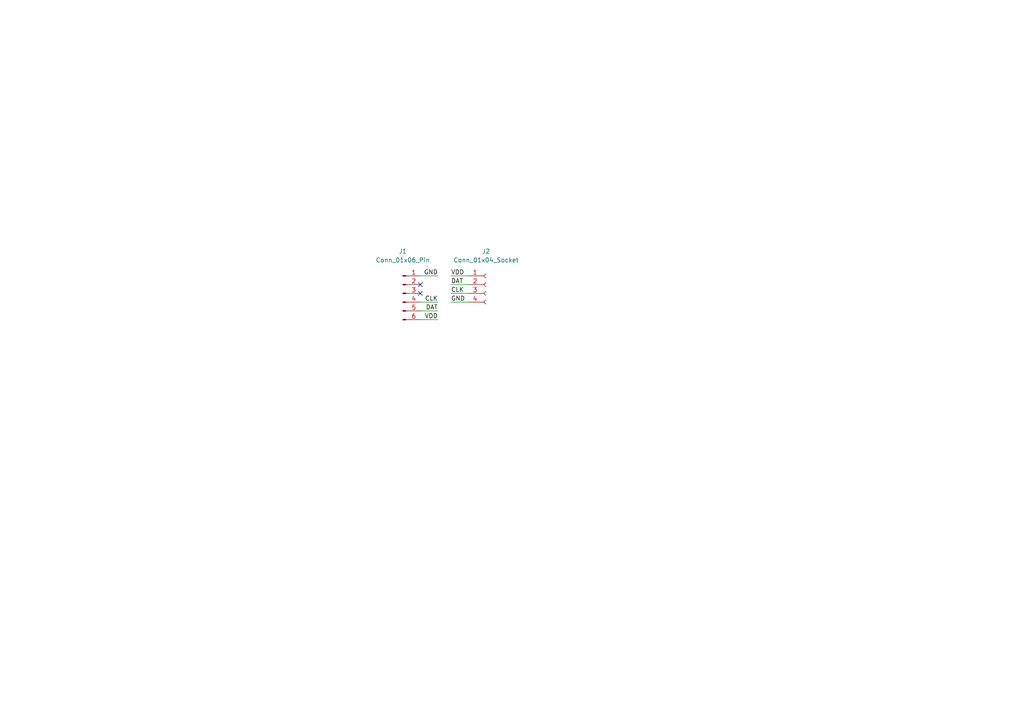
<source format=kicad_sch>
(kicad_sch (version 20231120) (generator "eeschema") (generator_version "8.0")
  (paper "A4")
  (lib_symbols
    (symbol "Connector:Conn_01x04_Socket" (pin_names (offset 1.016) hide)
      (property "Reference" "J" (at 0 5.08 0))
      (property "Value" "Conn_01x04_Socket" (at 0 -7.62 0))
      (symbol "Conn_01x04_Socket_1_1"
        (arc (start 0 -4.572) (mid -0.5058 -5.08) (end 0 -5.588) (stroke (width 0.1524)))
        (arc (start 0 -2.032) (mid -0.5058 -2.54) (end 0 -3.048) (stroke (width 0.1524)))
        (polyline (pts (xy -1.27 -5.08) (xy -0.508 -5.08)) (stroke (width 0.1524)))
        (polyline (pts (xy -1.27 -2.54) (xy -0.508 -2.54)) (stroke (width 0.1524)))
        (polyline (pts (xy -1.27 0) (xy -0.508 0)) (stroke (width 0.1524)))
        (polyline (pts (xy -1.27 2.54) (xy -0.508 2.54)) (stroke (width 0.1524)))
        (arc (start 0 0.508) (mid -0.5058 0) (end 0 -0.508) (stroke (width 0.1524)))
        (arc (start 0 3.048) (mid -0.5058 2.54) (end 0 2.032) (stroke (width 0.1524)))
        (pin passive line (at -5.08 2.54 0) (length 3.81) (name "Pin_1") (number "1"))
        (pin passive line (at -5.08 0 0) (length 3.81) (name "Pin_2") (number "2"))
        (pin passive line (at -5.08 -2.54 0) (length 3.81) (name "Pin_3") (number "3"))
        (pin passive line (at -5.08 -5.08 0) (length 3.81) (name "Pin_4") (number "4"))
      )
    )
    (symbol "Connector:Conn_01x06_Pin" (pin_names (offset 1.016) hide)
      (property "Reference" "J" (at 0 7.62 0))
      (property "Value" "Conn_01x06_Pin" (at 0 -10.16 0))
      (symbol "Conn_01x06_Pin_1_1"
        (polyline (pts (xy 1.27 -7.62) (xy 0.8636 -7.62)) (stroke (width 0.1524)))
        (polyline (pts (xy 1.27 -5.08) (xy 0.8636 -5.08)) (stroke (width 0.1524)))
        (polyline (pts (xy 1.27 -2.54) (xy 0.8636 -2.54)) (stroke (width 0.1524)))
        (polyline (pts (xy 1.27 0) (xy 0.8636 0)) (stroke (width 0.1524)))
        (polyline (pts (xy 1.27 2.54) (xy 0.8636 2.54)) (stroke (width 0.1524)))
        (polyline (pts (xy 1.27 5.08) (xy 0.8636 5.08)) (stroke (width 0.1524)))
        (rectangle (start 0.8636 -7.493) (end 0 -7.747) (stroke (width 0.1524)) (fill (type outline)))
        (rectangle (start 0.8636 -4.953) (end 0 -5.207) (stroke (width 0.1524)) (fill (type outline)))
        (rectangle (start 0.8636 -2.413) (end 0 -2.667) (stroke (width 0.1524)) (fill (type outline)))
        (rectangle (start 0.8636 0.127) (end 0 -0.127) (stroke (width 0.1524)) (fill (type outline)))
        (rectangle (start 0.8636 2.667) (end 0 2.413) (stroke (width 0.1524)) (fill (type outline)))
        (rectangle (start 0.8636 5.207) (end 0 4.953) (stroke (width 0.1524)) (fill (type outline)))
        (pin passive line (at 5.08 5.08 180) (length 3.81) (name "Pin_1") (number "1"))
        (pin passive line (at 5.08 2.54 180) (length 3.81) (name "Pin_2") (number "2"))
        (pin passive line (at 5.08 0 180) (length 3.81) (name "Pin_3") (number "3"))
        (pin passive line (at 5.08 -2.54 180) (length 3.81) (name "Pin_4") (number "4"))
        (pin passive line (at 5.08 -5.08 180) (length 3.81) (name "Pin_5") (number "5"))
        (pin passive line (at 5.08 -7.62 180) (length 3.81) (name "Pin_6") (number "6"))
      )
    )
  )
  (no_connect (at 121.92 82.55))
  (no_connect (at 121.92 85.09))
  (wire (pts (xy 121.92 80.01) (xy 127 80.01)))
  (wire (pts (xy 121.92 90.17) (xy 127 90.17)))
  (wire (pts (xy 130.81 87.63) (xy 135.89 87.63)))
  (wire (pts (xy 130.81 82.55) (xy 135.89 82.55)))
  (wire (pts (xy 121.92 87.63) (xy 127 87.63)))
  (wire (pts (xy 130.81 85.09) (xy 135.89 85.09)))
  (wire (pts (xy 121.92 92.71) (xy 127 92.71)))
  (wire (pts (xy 130.81 80.01) (xy 135.89 80.01)))
  (label "GND" (at 127 80.01 180))
  (label "CLK" (at 130.81 85.09 0))
  (label "CLK" (at 127 87.63 180))
  (label "DAT" (at 130.81 82.55 0))
  (label "VDD" (at 130.81 80.01 0))
  (label "DAT" (at 127 90.17 180))
  (label "VDD" (at 127 92.71 180))
  (label "GND" (at 130.81 87.63 0))
  (symbol (lib_id "Connector:Conn_01x06_Pin") (at 116.84 85.09 0) (unit 1)
    (property "Reference" "J1" (at 116.84 72.898 0))
    (property "Value" "Conn_01x06_Pin" (at 116.84 75.438 0))
    (property "Footprint" "Connector_PinHeader_2.54mm:PinHeader_1x06_P2.54mm_Vertical" (effects (hide yes)))
    (property "Description" "Generic connector, single row, 01x06, script generated" (effects (hide yes)))
  )
  (symbol (lib_id "Connector:Conn_01x04_Socket") (at 140.97 82.55 0) (unit 1)
    (property "Reference" "J2" (at 140.97 72.898 0))
    (property "Value" "Conn_01x04_Socket" (at 140.97 75.438 0))
    (property "Footprint" "Footprints:JST_XH_S4B-XH-A_1x04_P2.50mm_Horizontal" (effects (hide yes)))
    (property "Description" "Generic connector, single row, 01x04, script generated" (effects (hide yes)))
  )
)
</source>
